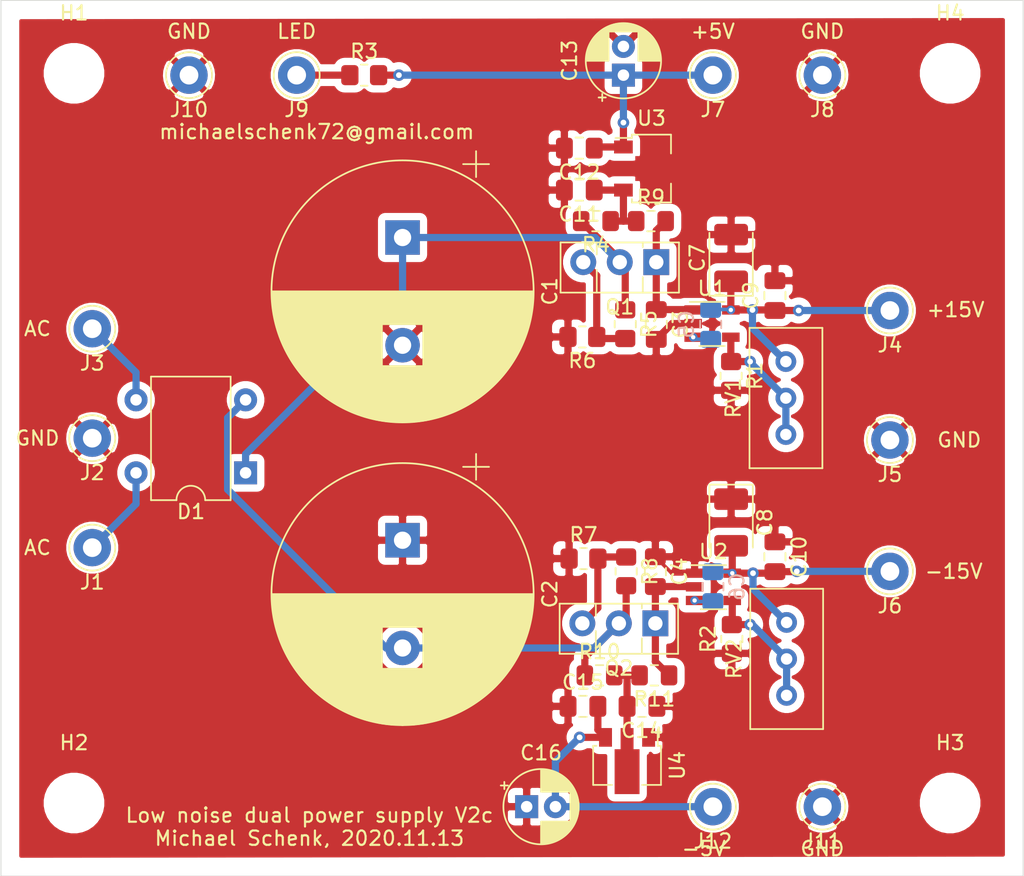
<source format=kicad_pcb>
(kicad_pcb (version 20171130) (host pcbnew 5.1.7-a382d34a8~87~ubuntu16.04.1)
  (layers (0 F.Cu signal) (31 B.Cu signal) (34 B.Paste user) (35 F.Paste user) (36 B.SilkS user) (37 F.SilkS user hide) (38 B.Mask user) (39 F.Mask user) (44 Edge.Cuts user))
  (net 0 "")
  (net 1 GND)
  (net 2 "Net-(C1-Pad1)")
  (net 3 "Net-(C5-Pad1)")
  (net 4 "Net-(C10-Pad2)")
  (net 5 "Net-(R1-Pad1)")
  (net 6 "Net-(R2-Pad2)")
  (net 7 "Net-(C3-Pad1)")
  (net 8 "Net-(C4-Pad2)")
  (net 9 "Net-(Q1-Pad3)")
  (net 10 "Net-(Q2-Pad3)")
  (net 11 "Net-(C5-Pad2)")
  (net 12 "Net-(C6-Pad1)")
  (net 13 "Net-(C12-Pad1)")
  (net 14 "Net-(C14-Pad2)")
  (net 15 "Net-(C15-Pad2)")
  (net 16 "Net-(J9-Pad1)")
  (net 17 "Net-(C11-Pad1)")
  (net 18 "Net-(C2-Pad2)")
  (net 19 "Net-(D1-Pad3)")
  (net 20 "Net-(D1-Pad4)")
  (module Capacitor_THT:CP_Radial_D5.0mm_P2.00mm (layer F.Cu) (at 116.586 87.884)
    (fp_text reference C16 (at 1 -3.75) (layer F.SilkS))
    (fp_text value 100uF)
    (pad 2 thru_hole circle (at 2 0) (size 1.6 1.6) (drill 0.8) (layers *.Cu *.Mask) (net 15 "Net-(C15-Pad2)"))
    (pad 1 thru_hole rect (at 0 0) (size 1.6 1.6) (drill 0.8) (layers *.Cu *.Mask) (net 1 GND))
  )
  (module Diode_THT:Diode_Bridge_DIP-4_W7.62mm_P5.08mm (layer F.Cu) (at 97.028 64.643 180)
    (fp_text reference D1 (at 3.8 -2.7) (layer F.SilkS))
    (fp_text value DF06M)
    (pad 1 thru_hole rect (at 0 0 180) (size 1.6 1.6) (drill 0.8) (layers *.Cu *.Mask) (net 2 "Net-(C1-Pad1)"))
    (pad 3 thru_hole oval (at 7.62 5.08 180) (size 1.6 1.6) (drill 0.8) (layers *.Cu *.Mask) (net 19 "Net-(D1-Pad3)"))
    (pad 2 thru_hole oval (at 0 5.08 180) (size 1.6 1.6) (drill 0.8) (layers *.Cu *.Mask) (net 18 "Net-(C2-Pad2)"))
    (pad 4 thru_hole oval (at 7.62 0 180) (size 1.6 1.6) (drill 0.8) (layers *.Cu *.Mask) (net 20 "Net-(D1-Pad4)"))
  )
  (module Resistor_SMD:R_0805_2012Metric_Pad1.15x1.40mm_HandSolder (layer F.Cu) (at 125.467 78.74 180)
    (fp_text reference R11 (at 0 -1.65) (layer F.SilkS))
    (fp_text value 0R)
    (pad 2 smd roundrect (at 1.025 0 180) (size 1.15 1.4) (layers F.Cu F.Paste F.Mask) (roundrect_rratio 0.217391) (net 14 "Net-(C14-Pad2)"))
    (pad 1 smd roundrect (at -1.025 0 180) (size 1.15 1.4) (layers F.Cu F.Paste F.Mask) (roundrect_rratio 0.217391) (net 8 "Net-(C4-Pad2)"))
  )
  (module Resistor_SMD:R_0805_2012Metric_Pad1.15x1.40mm_HandSolder (layer F.Cu) (at 121.657 78.74)
    (fp_text reference R10 (at 0 -1.65) (layer F.SilkS))
    (fp_text value 0R)
    (pad 2 smd roundrect (at 1.025 0) (size 1.15 1.4) (layers F.Cu F.Paste F.Mask) (roundrect_rratio 0.217391) (net 14 "Net-(C14-Pad2)"))
    (pad 1 smd roundrect (at -1.025 0) (size 1.15 1.4) (layers F.Cu F.Paste F.Mask) (roundrect_rratio 0.217391) (net 18 "Net-(C2-Pad2)"))
  )
  (module Capacitor_SMD:C_0805_2012Metric_Pad1.18x1.45mm_HandSolder (layer F.Cu) (at 120.2475 44.958 180)
    (fp_text reference C11 (at 0 -1.68) (layer F.SilkS))
    (fp_text value 330nF)
    (pad 2 smd roundrect (at 1.0375 0 180) (size 1.175 1.45) (layers F.Cu F.Paste F.Mask) (roundrect_rratio 0.2127659574468085) (net 1 GND))
    (pad 1 smd roundrect (at -1.0375 0 180) (size 1.175 1.45) (layers F.Cu F.Paste F.Mask) (roundrect_rratio 0.2127659574468085) (net 17 "Net-(C11-Pad1)"))
  )
  (module Resistor_SMD:R_0805_2012Metric_Pad1.15x1.40mm_HandSolder (layer F.Cu) (at 125.231 47.117)
    (fp_text reference R9 (at 0 -1.65) (layer F.SilkS))
    (fp_text value 0R)
    (pad 2 smd roundrect (at 1.025 0) (size 1.15 1.4) (layers F.Cu F.Paste F.Mask) (roundrect_rratio 0.217391) (net 7 "Net-(C3-Pad1)"))
    (pad 1 smd roundrect (at -1.025 0) (size 1.15 1.4) (layers F.Cu F.Paste F.Mask) (roundrect_rratio 0.217391) (net 17 "Net-(C11-Pad1)"))
  )
  (module Resistor_SMD:R_0805_2012Metric_Pad1.15x1.40mm_HandSolder (layer F.Cu) (at 121.403 47.117 180)
    (fp_text reference R4 (at 0 -1.65) (layer F.SilkS))
    (fp_text value 0R)
    (pad 2 smd roundrect (at 1.025 0 180) (size 1.15 1.4) (layers F.Cu F.Paste F.Mask) (roundrect_rratio 0.217391) (net 2 "Net-(C1-Pad1)"))
    (pad 1 smd roundrect (at -1.025 0 180) (size 1.15 1.4) (layers F.Cu F.Paste F.Mask) (roundrect_rratio 0.217391) (net 17 "Net-(C11-Pad1)"))
  )
  (module Capacitor_THT:CP_Radial_D5.0mm_P2.00mm (layer F.Cu) (at 123.317 36.957 90)
    (fp_text reference C13 (at 1 -3.75 90) (layer F.SilkS))
    (fp_text value 100uF)
    (pad 2 thru_hole circle (at 2 0 90) (size 1.6 1.6) (drill 0.8) (layers *.Cu *.Mask) (net 1 GND))
    (pad 1 thru_hole rect (at 0 0 90) (size 1.6 1.6) (drill 0.8) (layers *.Cu *.Mask) (net 13 "Net-(C12-Pad1)"))
  )
  (module Capacitor_THT:CP_Radial_D18.0mm_P7.50mm (layer F.Cu) (at 107.95 69.335 270)
    (fp_text reference C2 (at 3.75 -10.25 90) (layer F.SilkS))
    (fp_text value 2200uF)
    (pad 2 thru_hole circle (at 7.5 0 270) (size 2.4 2.4) (drill 1.2) (layers *.Cu *.Mask) (net 18 "Net-(C2-Pad2)"))
    (pad 1 thru_hole rect (at 0 0 270) (size 2.4 2.4) (drill 1.2) (layers *.Cu *.Mask) (net 1 GND))
  )
  (module Capacitor_THT:CP_Radial_D18.0mm_P7.50mm (layer F.Cu) (at 107.95 48.26 270)
    (fp_text reference C1 (at 3.75 -10.25 90) (layer F.SilkS))
    (fp_text value 2200uF)
    (pad 2 thru_hole circle (at 7.5 0 270) (size 2.4 2.4) (drill 1.2) (layers *.Cu *.Mask) (net 1 GND))
    (pad 1 thru_hole rect (at 0 0 270) (size 2.4 2.4) (drill 1.2) (layers *.Cu *.Mask) (net 2 "Net-(C1-Pad1)"))
  )
  (module Package_TO_SOT_SMD:SOT-89-3 (layer F.Cu) (at 123.571 84.709 270)
    (fp_text reference U4 (at 0.3 -3.5 90) (layer F.SilkS))
    (fp_text value L79L05_SOT89)
    (pad 1 smd rect (at -1.65 -1.5 270) (size 1.3 0.9) (layers F.Cu F.Paste F.Mask) (net 1 GND))
    (pad 3 smd rect (at -1.65 1.5 270) (size 1.3 0.9) (layers F.Cu F.Paste F.Mask) (net 15 "Net-(C15-Pad2)"))
    (pad 2 smd custom (at -1.5625 0 270) (size 1.475 0.9) (layers F.Cu F.Paste F.Mask) (net 14 "Net-(C14-Pad2)") (options (clearance outline) (anchor rect)) (primitives (gr_poly (pts (xy 0.7375 -0.8665) (xy 3.8625 -0.8665) (xy 3.8625 0.8665) (xy 0.7375 0.8665)) (width 0))))
  )
  (module Package_TO_SOT_SMD:SOT-89-3 (layer F.Cu) (at 124.967 43.458)
    (fp_text reference U3 (at 0.3 -3.5) (layer F.SilkS))
    (fp_text value L78L05_SOT89)
    (pad 2 smd custom (at -1.5625 0) (size 1.475 0.9) (layers F.Cu F.Paste F.Mask) (net 1 GND) (options (clearance outline) (anchor rect)) (primitives (gr_poly (pts (xy 0.7375 -0.8665) (xy 3.8625 -0.8665) (xy 3.8625 0.8665) (xy 0.7375 0.8665)) (width 0))))
    (pad 3 smd rect (at -1.65 1.5) (size 1.3 0.9) (layers F.Cu F.Paste F.Mask) (net 17 "Net-(C11-Pad1)"))
    (pad 1 smd rect (at -1.65 -1.5) (size 1.3 0.9) (layers F.Cu F.Paste F.Mask) (net 13 "Net-(C12-Pad1)"))
  )
  (module Resistor_SMD:R_0805_2012Metric_Pad1.20x1.40mm_HandSolder (layer F.Cu) (at 105.283 36.957)
    (fp_text reference R3 (at 0 -1.65) (layer F.SilkS))
    (fp_text value 330R)
    (pad 2 smd roundrect (at 1 0) (size 1.2 1.4) (layers F.Cu F.Paste F.Mask) (roundrect_rratio 0.2083325) (net 13 "Net-(C12-Pad1)"))
    (pad 1 smd roundrect (at -1 0) (size 1.2 1.4) (layers F.Cu F.Paste F.Mask) (roundrect_rratio 0.2083325) (net 16 "Net-(J9-Pad1)"))
  )
  (module Connector_Pin:Pin_D1.3mm_L11.0mm (layer F.Cu) (at 129.54 87.884)
    (fp_text reference J12 (at 0 2.4) (layer F.SilkS))
    (fp_text value -5V)
    (pad 1 thru_hole circle (at 0 0) (size 2.6 2.6) (drill 1.3) (layers *.Cu *.Mask) (net 15 "Net-(C15-Pad2)"))
  )
  (module Connector_Pin:Pin_D1.3mm_L11.0mm (layer F.Cu) (at 137.16 87.884)
    (fp_text reference J11 (at 0 2.4) (layer F.SilkS))
    (fp_text value GND)
    (pad 1 thru_hole circle (at 0 0) (size 2.6 2.6) (drill 1.3) (layers *.Cu *.Mask) (net 1 GND))
  )
  (module Connector_Pin:Pin_D1.3mm_L11.0mm (layer F.Cu) (at 93.091 36.957)
    (fp_text reference J10 (at 0 2.4) (layer F.SilkS))
    (fp_text value GND)
    (pad 1 thru_hole circle (at 0 0) (size 2.6 2.6) (drill 1.3) (layers *.Cu *.Mask) (net 1 GND))
  )
  (module Connector_Pin:Pin_D1.3mm_L11.0mm (layer F.Cu) (at 100.584 36.957)
    (fp_text reference J9 (at 0 2.4) (layer F.SilkS))
    (fp_text value LED)
    (pad 1 thru_hole circle (at 0 0) (size 2.6 2.6) (drill 1.3) (layers *.Cu *.Mask) (net 16 "Net-(J9-Pad1)"))
  )
  (module Capacitor_SMD:C_0805_2012Metric_Pad1.18x1.45mm_HandSolder (layer F.Cu) (at 120.5015 80.899)
    (fp_text reference C15 (at 0 -1.68) (layer F.SilkS))
    (fp_text value 100nF)
    (pad 2 smd roundrect (at 1.0375 0) (size 1.175 1.45) (layers F.Cu F.Paste F.Mask) (roundrect_rratio 0.2127659574468085) (net 15 "Net-(C15-Pad2)"))
    (pad 1 smd roundrect (at -1.0375 0) (size 1.175 1.45) (layers F.Cu F.Paste F.Mask) (roundrect_rratio 0.2127659574468085) (net 1 GND))
  )
  (module Capacitor_SMD:C_0805_2012Metric_Pad1.18x1.45mm_HandSolder (layer F.Cu) (at 124.6085 80.899 180)
    (fp_text reference C14 (at 0 -1.68) (layer F.SilkS))
    (fp_text value 330nF)
    (pad 2 smd roundrect (at 1.0375 0 180) (size 1.175 1.45) (layers F.Cu F.Paste F.Mask) (roundrect_rratio 0.2127659574468085) (net 14 "Net-(C14-Pad2)"))
    (pad 1 smd roundrect (at -1.0375 0 180) (size 1.175 1.45) (layers F.Cu F.Paste F.Mask) (roundrect_rratio 0.2127659574468085) (net 1 GND))
  )
  (module Connector_Pin:Pin_D1.3mm_L11.0mm (layer F.Cu) (at 137.16 36.957)
    (fp_text reference J8 (at 0 2.4) (layer F.SilkS))
    (fp_text value GND)
    (pad 1 thru_hole circle (at 0 0) (size 2.6 2.6) (drill 1.3) (layers *.Cu *.Mask) (net 1 GND))
  )
  (module Connector_Pin:Pin_D1.3mm_L11.0mm (layer F.Cu) (at 129.54 36.957)
    (fp_text reference J7 (at 0 2.4) (layer F.SilkS))
    (fp_text value +5V)
    (pad 1 thru_hole circle (at 0 0) (size 2.6 2.6) (drill 1.3) (layers *.Cu *.Mask) (net 13 "Net-(C12-Pad1)"))
  )
  (module Capacitor_SMD:C_0805_2012Metric_Pad1.18x1.45mm_HandSolder (layer F.Cu) (at 120.2475 42.037 180)
    (fp_text reference C12 (at 0 -1.68) (layer F.SilkS))
    (fp_text value 100nF)
    (pad 2 smd roundrect (at 1.0375 0 180) (size 1.175 1.45) (layers F.Cu F.Paste F.Mask) (roundrect_rratio 0.2127659574468085) (net 1 GND))
    (pad 1 smd roundrect (at -1.0375 0 180) (size 1.175 1.45) (layers F.Cu F.Paste F.Mask) (roundrect_rratio 0.2127659574468085) (net 13 "Net-(C12-Pad1)"))
  )
  (module Resistor_SMD:R_0805_2012Metric_Pad1.20x1.40mm_HandSolder (layer F.Cu) (at 123.5075 71.501 270)
    (fp_text reference R8 (at 0 -1.65 90) (layer F.SilkS))
    (fp_text value 1k)
    (pad 2 smd roundrect (at 1 0 270) (size 1.2 1.4) (layers F.Cu F.Paste F.Mask) (roundrect_rratio 0.2083325) (net 18 "Net-(C2-Pad2)"))
    (pad 1 smd roundrect (at -1 0 270) (size 1.2 1.4) (layers F.Cu F.Paste F.Mask) (roundrect_rratio 0.2083325) (net 10 "Net-(Q2-Pad3)"))
  )
  (module Resistor_SMD:R_0805_2012Metric_Pad1.20x1.40mm_HandSolder (layer F.Cu) (at 120.539 70.612)
    (fp_text reference R7 (at 0 -1.65) (layer F.SilkS))
    (fp_text value 16k)
    (pad 2 smd roundrect (at 1 0) (size 1.2 1.4) (layers F.Cu F.Paste F.Mask) (roundrect_rratio 0.2083325) (net 10 "Net-(Q2-Pad3)"))
    (pad 1 smd roundrect (at -1 0) (size 1.2 1.4) (layers F.Cu F.Paste F.Mask) (roundrect_rratio 0.2083325) (net 1 GND))
  )
  (module Resistor_SMD:R_0805_2012Metric_Pad1.20x1.40mm_HandSolder (layer F.Cu) (at 120.4595 55.1815 180)
    (fp_text reference R6 (at 0 -1.65) (layer F.SilkS))
    (fp_text value 16k)
    (pad 2 smd roundrect (at 1 0 180) (size 1.2 1.4) (layers F.Cu F.Paste F.Mask) (roundrect_rratio 0.2083325) (net 1 GND))
    (pad 1 smd roundrect (at -1 0 180) (size 1.2 1.4) (layers F.Cu F.Paste F.Mask) (roundrect_rratio 0.2083325) (net 9 "Net-(Q1-Pad3)"))
  )
  (module Resistor_SMD:R_0805_2012Metric_Pad1.20x1.40mm_HandSolder (layer F.Cu) (at 123.444 54.2925 270)
    (fp_text reference R5 (at 0 -1.65 90) (layer F.SilkS))
    (fp_text value 1k)
    (pad 2 smd roundrect (at 1 0 270) (size 1.2 1.4) (layers F.Cu F.Paste F.Mask) (roundrect_rratio 0.2083325) (net 9 "Net-(Q1-Pad3)"))
    (pad 1 smd roundrect (at -1 0 270) (size 1.2 1.4) (layers F.Cu F.Paste F.Mask) (roundrect_rratio 0.2083325) (net 2 "Net-(C1-Pad1)"))
  )
  (module Package_TO_SOT_THT:TO-126-3_Vertical (layer F.Cu) (at 125.5395 75.1205 180)
    (fp_text reference Q2 (at 2.54 -3.12) (layer F.SilkS))
    (fp_text value BD680)
    (pad 3 thru_hole oval (at 5.08 0 180) (size 1.8 1.8) (drill 1) (layers *.Cu *.Mask) (net 10 "Net-(Q2-Pad3)"))
    (pad 2 thru_hole oval (at 2.54 0 180) (size 1.8 1.8) (drill 1) (layers *.Cu *.Mask) (net 18 "Net-(C2-Pad2)"))
    (pad 1 thru_hole rect (at 0 0 180) (size 1.8 1.8) (drill 1) (layers *.Cu *.Mask) (net 8 "Net-(C4-Pad2)"))
  )
  (module Package_TO_SOT_THT:TO-126-3_Vertical (layer F.Cu) (at 125.603 49.9745 180)
    (fp_text reference Q1 (at 2.54 -3.12) (layer F.SilkS))
    (fp_text value BD679)
    (pad 3 thru_hole oval (at 5.08 0 180) (size 1.8 1.8) (drill 1) (layers *.Cu *.Mask) (net 9 "Net-(Q1-Pad3)"))
    (pad 2 thru_hole oval (at 2.54 0 180) (size 1.8 1.8) (drill 1) (layers *.Cu *.Mask) (net 2 "Net-(C1-Pad1)"))
    (pad 1 thru_hole rect (at 0 0 180) (size 1.8 1.8) (drill 1) (layers *.Cu *.Mask) (net 7 "Net-(C3-Pad1)"))
  )
  (module Package_TO_SOT_SMD:TSOT-23-5 (layer F.Cu) (at 129.58 72.578)
    (fp_text reference U2 (at 0 -2.45) (layer F.SilkS))
    (fp_text value LT1964-BYP)
    (pad 5 smd rect (at 1.31 -0.95) (size 1.22 0.65) (layers F.Cu F.Paste F.Mask) (net 4 "Net-(C10-Pad2)"))
    (pad 4 smd rect (at 1.31 0.95) (size 1.22 0.65) (layers F.Cu F.Paste F.Mask) (net 6 "Net-(R2-Pad2)"))
    (pad 3 smd rect (at -1.31 0.95) (size 1.22 0.65) (layers F.Cu F.Paste F.Mask) (net 12 "Net-(C6-Pad1)"))
    (pad 2 smd rect (at -1.31 0) (size 1.22 0.65) (layers F.Cu F.Paste F.Mask) (net 8 "Net-(C4-Pad2)"))
    (pad 1 smd rect (at -1.31 -0.95) (size 1.22 0.65) (layers F.Cu F.Paste F.Mask) (net 1 GND))
  )
  (module Package_TO_SOT_SMD:TSOT-23-5 (layer F.Cu) (at 129.481001 54.252001)
    (fp_text reference U1 (at 0 -2.45) (layer F.SilkS))
    (fp_text value LT1761-BYP)
    (pad 5 smd rect (at 1.31 -0.95) (size 1.22 0.65) (layers F.Cu F.Paste F.Mask) (net 3 "Net-(C5-Pad1)"))
    (pad 4 smd rect (at 1.31 0.95) (size 1.22 0.65) (layers F.Cu F.Paste F.Mask) (net 5 "Net-(R1-Pad1)"))
    (pad 3 smd rect (at -1.31 0.95) (size 1.22 0.65) (layers F.Cu F.Paste F.Mask) (net 11 "Net-(C5-Pad2)"))
    (pad 2 smd rect (at -1.31 0) (size 1.22 0.65) (layers F.Cu F.Paste F.Mask) (net 1 GND))
    (pad 1 smd rect (at -1.31 -0.95) (size 1.22 0.65) (layers F.Cu F.Paste F.Mask) (net 7 "Net-(C3-Pad1)"))
  )
  (module Potentiometer_THT:Potentiometer_Bourns_3296W_Vertical (layer F.Cu) (at 134.6708 75.057 90)
    (fp_text reference RV2 (at -2.54 -3.66 90) (layer F.SilkS))
    (fp_text value 250k)
    (pad 3 thru_hole circle (at -5.08 0 90) (size 1.44 1.44) (drill 0.8) (layers *.Cu *.Mask) (net 6 "Net-(R2-Pad2)"))
    (pad 2 thru_hole circle (at -2.54 0 90) (size 1.44 1.44) (drill 0.8) (layers *.Cu *.Mask) (net 6 "Net-(R2-Pad2)"))
    (pad 1 thru_hole circle (at 0 0 90) (size 1.44 1.44) (drill 0.8) (layers *.Cu *.Mask) (net 4 "Net-(C10-Pad2)"))
  )
  (module Potentiometer_THT:Potentiometer_Bourns_3296W_Vertical (layer F.Cu) (at 134.62 56.896 90)
    (fp_text reference RV1 (at -2.54 -3.66 90) (layer F.SilkS))
    (fp_text value 250k)
    (pad 3 thru_hole circle (at -5.08 0 90) (size 1.44 1.44) (drill 0.8) (layers *.Cu *.Mask) (net 5 "Net-(R1-Pad1)"))
    (pad 2 thru_hole circle (at -2.54 0 90) (size 1.44 1.44) (drill 0.8) (layers *.Cu *.Mask) (net 5 "Net-(R1-Pad1)"))
    (pad 1 thru_hole circle (at 0 0 90) (size 1.44 1.44) (drill 0.8) (layers *.Cu *.Mask) (net 3 "Net-(C5-Pad1)"))
  )
  (module Resistor_SMD:R_0805_2012Metric_Pad1.20x1.40mm_HandSolder (layer F.Cu) (at 130.8608 76.2094 90)
    (fp_text reference R2 (at 0 -1.65 90) (layer F.SilkS))
    (fp_text value 15k)
    (pad 2 smd roundrect (at 1 0 90) (size 1.2 1.4) (layers F.Cu F.Paste F.Mask) (roundrect_rratio 0.2083325) (net 6 "Net-(R2-Pad2)"))
    (pad 1 smd roundrect (at -1 0 90) (size 1.2 1.4) (layers F.Cu F.Paste F.Mask) (roundrect_rratio 0.2083325) (net 1 GND))
  )
  (module Resistor_SMD:R_0805_2012Metric_Pad1.20x1.40mm_HandSolder (layer F.Cu) (at 130.81 57.896 270)
    (fp_text reference R1 (at 0 -1.65 90) (layer F.SilkS))
    (fp_text value 15k)
    (pad 2 smd roundrect (at 1 0 270) (size 1.2 1.4) (layers F.Cu F.Paste F.Mask) (roundrect_rratio 0.2083325) (net 1 GND))
    (pad 1 smd roundrect (at -1 0 270) (size 1.2 1.4) (layers F.Cu F.Paste F.Mask) (roundrect_rratio 0.2083325) (net 5 "Net-(R1-Pad1)"))
  )
  (module Connector_Pin:Pin_D1.3mm_L11.0mm (layer F.Cu) (at 141.859 71.501)
    (fp_text reference J6 (at 0 2.4) (layer F.SilkS))
    (fp_text value -15V)
    (pad 1 thru_hole circle (at 0 0) (size 2.6 2.6) (drill 1.3) (layers *.Cu *.Mask) (net 4 "Net-(C10-Pad2)"))
  )
  (module Connector_Pin:Pin_D1.3mm_L11.0mm (layer F.Cu) (at 141.859 62.357)
    (fp_text reference J5 (at 0 2.4) (layer F.SilkS))
    (fp_text value GND)
    (pad 1 thru_hole circle (at 0 0) (size 2.6 2.6) (drill 1.3) (layers *.Cu *.Mask) (net 1 GND))
  )
  (module Connector_Pin:Pin_D1.3mm_L11.0mm (layer F.Cu) (at 141.859 53.34)
    (fp_text reference J4 (at 0 2.4) (layer F.SilkS))
    (fp_text value +15V)
    (pad 1 thru_hole circle (at 0 0) (size 2.6 2.6) (drill 1.3) (layers *.Cu *.Mask) (net 3 "Net-(C5-Pad1)"))
  )
  (module Connector_Pin:Pin_D1.3mm_L11.0mm (layer F.Cu) (at 86.36 54.61)
    (fp_text reference J3 (at 0 2.4) (layer F.SilkS))
    (fp_text value AC)
    (pad 1 thru_hole circle (at 0 0) (size 2.6 2.6) (drill 1.3) (layers *.Cu *.Mask) (net 19 "Net-(D1-Pad3)"))
  )
  (module Connector_Pin:Pin_D1.3mm_L11.0mm (layer F.Cu) (at 86.36 62.23)
    (fp_text reference J2 (at 0 2.4) (layer F.SilkS))
    (fp_text value GND)
    (pad 1 thru_hole circle (at 0 0) (size 2.6 2.6) (drill 1.3) (layers *.Cu *.Mask) (net 1 GND))
  )
  (module Connector_Pin:Pin_D1.3mm_L11.0mm (layer F.Cu) (at 86.36 69.85)
    (fp_text reference J1 (at 0 2.4) (layer F.SilkS))
    (fp_text value AC)
    (pad 1 thru_hole circle (at 0 0) (size 2.6 2.6) (drill 1.3) (layers *.Cu *.Mask) (net 20 "Net-(D1-Pad4)"))
  )
  (module MountingHole:MountingHole_3.2mm_M3 (layer F.Cu) (at 146.05 36.83)
    (fp_text reference H4 (at 0 -4.2) (layer F.SilkS))
    (fp_text value MountingHole)
    (pad 1 np_thru_hole circle (at 0 0) (size 3.2 3.2) (drill 3.2) (layers *.Cu *.Mask))
  )
  (module MountingHole:MountingHole_3.2mm_M3 (layer F.Cu) (at 146.05 87.63)
    (fp_text reference H3 (at 0 -4.2) (layer F.SilkS))
    (fp_text value MountingHole)
    (pad 1 np_thru_hole circle (at 0 0) (size 3.2 3.2) (drill 3.2) (layers *.Cu *.Mask))
  )
  (module MountingHole:MountingHole_3.2mm_M3 (layer F.Cu) (at 85.09 87.63)
    (fp_text reference H2 (at 0 -4.2) (layer F.SilkS))
    (fp_text value MountingHole)
    (pad 1 np_thru_hole circle (at 0 0) (size 3.2 3.2) (drill 3.2) (layers *.Cu *.Mask))
  )
  (module MountingHole:MountingHole_3.2mm_M3 (layer F.Cu) (at 85.09 36.83)
    (fp_text reference H1 (at 0 -4.2) (layer F.SilkS))
    (fp_text value MountingHole)
    (pad 1 np_thru_hole circle (at 0 0) (size 3.2 3.2) (drill 3.2) (layers *.Cu *.Mask))
  )
  (module Capacitor_SMD:C_0805_2012Metric_Pad1.18x1.45mm_HandSolder (layer F.Cu) (at 133.858 70.485 270)
    (fp_text reference C10 (at 0 -1.68 90) (layer F.SilkS))
    (fp_text value 100n)
    (pad 2 smd roundrect (at 1.0375 0 270) (size 1.175 1.45) (layers F.Cu F.Paste F.Mask) (roundrect_rratio 0.2127659574468085) (net 4 "Net-(C10-Pad2)"))
    (pad 1 smd roundrect (at -1.0375 0 270) (size 1.175 1.45) (layers F.Cu F.Paste F.Mask) (roundrect_rratio 0.2127659574468085) (net 1 GND))
  )
  (module Capacitor_SMD:C_0805_2012Metric_Pad1.18x1.45mm_HandSolder (layer F.Cu) (at 133.858 52.3025 90)
    (fp_text reference C9 (at 0 -1.68 90) (layer F.SilkS))
    (fp_text value 100n)
    (pad 2 smd roundrect (at 1.0375 0 90) (size 1.175 1.45) (layers F.Cu F.Paste F.Mask) (roundrect_rratio 0.2127659574468085) (net 1 GND))
    (pad 1 smd roundrect (at -1.0375 0 90) (size 1.175 1.45) (layers F.Cu F.Paste F.Mask) (roundrect_rratio 0.2127659574468085) (net 3 "Net-(C5-Pad1)"))
  )
  (module Capacitor_Tantalum_SMD:CP_EIA-3528-12_Kemet-T_Pad1.50x2.35mm_HandSolder (layer F.Cu) (at 130.81 68.098 270)
    (fp_text reference C8 (at 0 -2.35 90) (layer F.SilkS))
    (fp_text value 10u)
    (pad 2 smd roundrect (at 1.625 0 270) (size 1.5 2.35) (layers F.Cu F.Paste F.Mask) (roundrect_rratio 0.1666666666666667) (net 4 "Net-(C10-Pad2)"))
    (pad 1 smd roundrect (at -1.625 0 270) (size 1.5 2.35) (layers F.Cu F.Paste F.Mask) (roundrect_rratio 0.1666666666666667) (net 1 GND))
  )
  (module Capacitor_Tantalum_SMD:CP_EIA-3528-12_Kemet-T_Pad1.50x2.35mm_HandSolder (layer F.Cu) (at 130.81 49.683 90)
    (fp_text reference C7 (at 0 -2.35 90) (layer F.SilkS))
    (fp_text value 10u)
    (pad 2 smd roundrect (at 1.625 0 90) (size 1.5 2.35) (layers F.Cu F.Paste F.Mask) (roundrect_rratio 0.1666666666666667) (net 1 GND))
    (pad 1 smd roundrect (at -1.625 0 90) (size 1.5 2.35) (layers F.Cu F.Paste F.Mask) (roundrect_rratio 0.1666666666666667) (net 3 "Net-(C5-Pad1)"))
  )
  (module Capacitor_SMD:C_0805_2012Metric_Pad1.18x1.45mm_HandSolder (layer B.Cu) (at 129.54 72.5678 90)
    (fp_text reference C6 (at 0 1.68 90) (layer B.SilkS) (effects (justify mirror)))
    (fp_text value 10n)
    (pad 2 smd roundrect (at 1.0375 0 90) (size 1.175 1.45) (layers B.Cu B.Paste B.Mask) (roundrect_rratio 0.2127659574468085) (net 4 "Net-(C10-Pad2)"))
    (pad 1 smd roundrect (at -1.0375 0 90) (size 1.175 1.45) (layers B.Cu B.Paste B.Mask) (roundrect_rratio 0.2127659574468085) (net 12 "Net-(C6-Pad1)"))
  )
  (module Capacitor_SMD:C_0805_2012Metric_Pad1.18x1.45mm_HandSolder (layer B.Cu) (at 129.3876 54.3052 270)
    (fp_text reference C5 (at 0 1.68 90) (layer B.SilkS) (effects (justify mirror)))
    (fp_text value 10n)
    (pad 2 smd roundrect (at 1.0375 0 270) (size 1.175 1.45) (layers B.Cu B.Paste B.Mask) (roundrect_rratio 0.2127659574468085) (net 11 "Net-(C5-Pad2)"))
    (pad 1 smd roundrect (at -1.0375 0 270) (size 1.175 1.45) (layers B.Cu B.Paste B.Mask) (roundrect_rratio 0.2127659574468085) (net 3 "Net-(C5-Pad1)"))
  )
  (module Capacitor_SMD:C_0805_2012Metric_Pad1.18x1.45mm_HandSolder (layer F.Cu) (at 125.5395 71.5225 270)
    (fp_text reference C4 (at 0 -1.68 90) (layer F.SilkS))
    (fp_text value 1u)
    (pad 2 smd roundrect (at 1.0375 0 270) (size 1.175 1.45) (layers F.Cu F.Paste F.Mask) (roundrect_rratio 0.2127659574468085) (net 8 "Net-(C4-Pad2)"))
    (pad 1 smd roundrect (at -1.0375 0 270) (size 1.175 1.45) (layers F.Cu F.Paste F.Mask) (roundrect_rratio 0.2127659574468085) (net 1 GND))
  )
  (module Capacitor_SMD:C_0805_2012Metric_Pad1.18x1.45mm_HandSolder (layer F.Cu) (at 125.603 54.314 270)
    (fp_text reference C3 (at 0 -1.68 90) (layer F.SilkS))
    (fp_text value 1u)
    (pad 2 smd roundrect (at 1.0375 0 270) (size 1.175 1.45) (layers F.Cu F.Paste F.Mask) (roundrect_rratio 0.2127659574468085) (net 1 GND))
    (pad 1 smd roundrect (at -1.0375 0 270) (size 1.175 1.45) (layers F.Cu F.Paste F.Mask) (roundrect_rratio 0.2127659574468085) (net 7 "Net-(C3-Pad1)"))
  )
  (gr_text GND (at 93.091 33.909) (layer F.SilkS) (effects (font (size 1 1))))
  (gr_text LED (at 100.584 33.909) (layer F.SilkS) (effects (font (size 1 1))))
  (gr_text -5V (at 128.905 90.805) (layer F.SilkS) (effects (font (size 1 1))))
  (gr_text GND (at 137.16 90.805) (layer F.SilkS) (effects (font (size 1 1))))
  (gr_text GND (at 137.16 33.909) (layer F.SilkS) (effects (font (size 1 1))))
  (gr_text +5V (at 129.54 33.909) (layer F.SilkS) (effects (font (size 1 1))))
  (gr_line (start 80.01 31.75) (end 80.01 92.71) (layer Edge.Cuts) (width 0.05))
  (gr_line (start 151.13 31.75) (end 80.01 31.75) (layer Edge.Cuts) (width 0.05))
  (gr_line (start 151.13 92.71) (end 151.13 31.75) (layer Edge.Cuts) (width 0.05))
  (gr_line (start 80.01 92.71) (end 151.13 92.71) (layer Edge.Cuts) (width 0.05))
  (gr_text "Low noise dual power supply V2c\nMichael Schenk, 2020.11.13" (at 101.473 89.281) (layer F.SilkS) (effects (font (size 1 1))))
  (gr_text michaelschenk72@gmail.com (at 101.981 40.894) (layer F.SilkS) (effects (font (size 1 1))))
  (gr_text GND (at 82.55 62.23) (layer F.SilkS) (effects (font (size 1 1))))
  (gr_text AC (at 82.55 69.85) (layer F.SilkS) (effects (font (size 1 1))))
  (gr_text AC (at 82.55 54.61) (layer F.SilkS) (effects (font (size 1 1))))
  (gr_text -15V (at 146.304 71.501) (layer F.SilkS) (effects (font (size 1 1))))
  (gr_text GND (at 146.685 62.357) (layer F.SilkS) (effects (font (size 1 1))))
  (gr_text +15V (at 146.431 53.2892) (layer F.SilkS) (effects (font (size 1 1))))
  (segment (start 126.702499 54.252001) (end 125.603 55.3515) (width 0.5) (layer F.Cu) (net 1))
  (segment (start 128.171001 54.252001) (end 126.702499 54.252001) (width 0.5) (layer F.Cu) (net 1))
  (segment (start 126.6825 71.628) (end 125.5395 70.485) (width 0.25) (layer F.Cu) (net 1))
  (segment (start 128.27 71.628) (end 126.6825 71.628) (width 0.25) (layer F.Cu) (net 1))
  (segment (start 123.46 53.2765) (end 123.444 53.2925) (width 0.5) (layer F.Cu) (net 2))
  (segment (start 123.444 50.3555) (end 123.063 49.9745) (width 0.5) (layer F.Cu) (net 2))
  (segment (start 123.444 53.2925) (end 123.444 50.3555) (width 0.5) (layer F.Cu) (net 2))
  (segment (start 123.063 49.802) (end 120.378 47.117) (width 0.5) (layer F.Cu) (net 2))
  (segment (start 123.063 49.9745) (end 123.063 49.802) (width 0.5) (layer F.Cu) (net 2))
  (segment (start 121.3485 48.26) (end 107.95 48.26) (width 0.5) (layer B.Cu) (net 2))
  (segment (start 123.063 49.9745) (end 121.3485 48.26) (width 0.5) (layer B.Cu) (net 2))
  (segment (start 107.95 52.421) (end 107.95 48.26) (width 0.5) (layer B.Cu) (net 2))
  (segment (start 97.028 63.343) (end 107.95 52.421) (width 0.5) (layer B.Cu) (net 2))
  (segment (start 97.028 64.643) (end 97.028 63.343) (width 0.5) (layer B.Cu) (net 2))
  (segment (start 133.820001 53.302001) (end 133.858 53.34) (width 0.5) (layer F.Cu) (net 3))
  (segment (start 130.791001 51.326999) (end 130.81 51.308) (width 0.5) (layer F.Cu) (net 3))
  (segment (start 130.791001 53.302001) (end 130.791001 51.326999) (width 0.5) (layer F.Cu) (net 3))
  (via (at 132.296001 53.302001) (size 0.8) (drill 0.4) (layers F.Cu B.Cu) (net 3))
  (segment (start 132.296001 53.302001) (end 133.820001 53.302001) (width 0.5) (layer F.Cu) (net 3))
  (segment (start 130.791001 53.302001) (end 132.296001 53.302001) (width 0.5) (layer F.Cu) (net 3))
  (via (at 135.509 53.34) (size 0.8) (drill 0.4) (layers F.Cu B.Cu) (net 3))
  (segment (start 133.858 53.34) (end 135.509 53.34) (width 0.5) (layer F.Cu) (net 3))
  (via (at 130.791001 53.302001) (size 0.6) (drill 0.3) (layers F.Cu B.Cu) (net 3))
  (segment (start 130.7567 53.2677) (end 130.791001 53.302001) (width 0.25) (layer B.Cu) (net 3))
  (segment (start 129.3876 53.2677) (end 130.7567 53.2677) (width 0.25) (layer B.Cu) (net 3))
  (segment (start 135.509 53.34) (end 141.859 53.34) (width 0.5) (layer B.Cu) (net 3))
  (segment (start 132.296001 54.572001) (end 134.62 56.896) (width 0.5) (layer B.Cu) (net 3))
  (segment (start 132.296001 53.302001) (end 132.296001 54.572001) (width 0.5) (layer B.Cu) (net 3))
  (segment (start 130.89 69.803) (end 130.81 69.723) (width 0.5) (layer F.Cu) (net 4))
  (segment (start 130.89 71.628) (end 130.89 69.803) (width 0.5) (layer F.Cu) (net 4))
  (segment (start 133.7525 71.628) (end 133.858 71.5225) (width 0.5) (layer F.Cu) (net 4))
  (via (at 135.382 71.501) (size 0.8) (drill 0.4) (layers F.Cu B.Cu) (net 4))
  (segment (start 135.3605 71.5225) (end 135.382 71.501) (width 0.5) (layer F.Cu) (net 4))
  (segment (start 133.858 71.5225) (end 135.3605 71.5225) (width 0.5) (layer F.Cu) (net 4))
  (segment (start 135.382 71.501) (end 141.859 71.501) (width 0.5) (layer B.Cu) (net 4))
  (via (at 132.334 71.628) (size 0.8) (drill 0.4) (layers F.Cu B.Cu) (net 4))
  (segment (start 132.334 71.628) (end 133.7525 71.628) (width 0.5) (layer F.Cu) (net 4))
  (segment (start 130.89 71.628) (end 132.334 71.628) (width 0.5) (layer F.Cu) (net 4))
  (segment (start 132.334 72.7202) (end 134.6708 75.057) (width 0.5) (layer B.Cu) (net 4))
  (segment (start 132.334 71.628) (end 132.334 72.7202) (width 0.5) (layer B.Cu) (net 4))
  (via (at 130.89 71.628) (size 0.6) (drill 0.3) (layers F.Cu B.Cu) (net 4))
  (segment (start 130.7923 71.5303) (end 130.89 71.628) (width 0.25) (layer B.Cu) (net 4))
  (segment (start 129.54 71.5303) (end 130.7923 71.5303) (width 0.25) (layer B.Cu) (net 4))
  (segment (start 130.791001 56.877001) (end 130.81 56.896) (width 0.5) (layer F.Cu) (net 5))
  (segment (start 130.791001 55.202001) (end 130.791001 56.877001) (width 0.5) (layer F.Cu) (net 5))
  (via (at 132.1308 56.896) (size 0.8) (drill 0.4) (layers F.Cu B.Cu) (net 5))
  (segment (start 130.81 56.896) (end 132.1308 56.896) (width 0.5) (layer F.Cu) (net 5))
  (segment (start 132.1308 56.9468) (end 134.62 59.436) (width 0.5) (layer B.Cu) (net 5))
  (segment (start 132.1308 56.896) (end 132.1308 56.9468) (width 0.5) (layer B.Cu) (net 5))
  (segment (start 134.62 59.436) (end 134.62 61.976) (width 0.5) (layer B.Cu) (net 5))
  (segment (start 130.89 75.1802) (end 130.8608 75.2094) (width 0.5) (layer F.Cu) (net 6))
  (segment (start 130.89 73.528) (end 130.89 75.1802) (width 0.5) (layer F.Cu) (net 6))
  (segment (start 134.6708 77.597) (end 134.6708 80.137) (width 0.5) (layer B.Cu) (net 6))
  (via (at 132.1308 75.2094) (size 0.8) (drill 0.4) (layers F.Cu B.Cu) (net 6))
  (segment (start 130.8608 75.2094) (end 132.1308 75.2094) (width 0.5) (layer F.Cu) (net 6))
  (segment (start 132.2832 75.2094) (end 134.6708 77.597) (width 0.5) (layer B.Cu) (net 6))
  (segment (start 132.1308 75.2094) (end 132.2832 75.2094) (width 0.5) (layer B.Cu) (net 6))
  (segment (start 128.1455 53.2765) (end 128.171001 53.302001) (width 0.5) (layer F.Cu) (net 7))
  (segment (start 125.603 53.2765) (end 128.1455 53.2765) (width 0.5) (layer F.Cu) (net 7))
  (segment (start 125.603 49.7205) (end 125.5395 49.657) (width 0.5) (layer F.Cu) (net 7))
  (segment (start 125.603 53.2765) (end 125.603 49.9745) (width 0.5) (layer F.Cu) (net 7))
  (segment (start 125.603 47.77) (end 126.256 47.117) (width 0.5) (layer F.Cu) (net 7))
  (segment (start 125.603 49.9745) (end 125.603 47.77) (width 0.5) (layer F.Cu) (net 7))
  (segment (start 125.4965 72.517) (end 125.5395 72.56) (width 0.5) (layer F.Cu) (net 8))
  (segment (start 128.252 72.56) (end 128.27 72.578) (width 0.5) (layer F.Cu) (net 8))
  (segment (start 125.5395 72.56) (end 128.252 72.56) (width 0.5) (layer F.Cu) (net 8))
  (segment (start 125.5395 75.1205) (end 125.5395 72.56) (width 0.5) (layer F.Cu) (net 8))
  (segment (start 125.5395 77.7875) (end 126.492 78.74) (width 0.5) (layer F.Cu) (net 8))
  (segment (start 125.5395 75.1205) (end 125.5395 77.7875) (width 0.5) (layer F.Cu) (net 8))
  (segment (start 121.5705 55.2925) (end 121.4595 55.1815) (width 0.5) (layer F.Cu) (net 9))
  (segment (start 123.444 55.2925) (end 121.5705 55.2925) (width 0.5) (layer F.Cu) (net 9))
  (segment (start 121.4595 50.911) (end 120.523 49.9745) (width 0.5) (layer F.Cu) (net 9))
  (segment (start 121.4595 55.1815) (end 121.4595 50.911) (width 0.5) (layer F.Cu) (net 9))
  (segment (start 121.65 70.501) (end 121.539 70.612) (width 0.5) (layer F.Cu) (net 10))
  (segment (start 121.539 74.041) (end 120.4595 75.1205) (width 0.5) (layer F.Cu) (net 10))
  (segment (start 121.539 70.612) (end 121.539 74.041) (width 0.5) (layer F.Cu) (net 10))
  (segment (start 123.5075 70.501) (end 121.65 70.501) (width 0.5) (layer F.Cu) (net 10))
  (via (at 128.171001 55.202001) (size 0.6) (drill 0.3) (layers F.Cu B.Cu) (net 11))
  (segment (start 128.3117 55.3427) (end 128.171001 55.202001) (width 0.25) (layer B.Cu) (net 11))
  (segment (start 129.3876 55.3427) (end 128.3117 55.3427) (width 0.25) (layer B.Cu) (net 11))
  (via (at 128.27 73.528) (size 0.6) (drill 0.3) (layers F.Cu B.Cu) (net 12))
  (segment (start 128.3473 73.6053) (end 128.27 73.528) (width 0.25) (layer B.Cu) (net 12))
  (segment (start 129.54 73.6053) (end 128.3473 73.6053) (width 0.25) (layer B.Cu) (net 12))
  (segment (start 106.172 36.957) (end 106.283 36.957) (width 0.5) (layer F.Cu) (net 13))
  (segment (start 121.364 41.958) (end 121.285 42.037) (width 0.5) (layer F.Cu) (net 13))
  (segment (start 123.317 41.958) (end 121.364 41.958) (width 0.5) (layer F.Cu) (net 13))
  (via (at 123.317 40.259) (size 0.8) (drill 0.4) (layers F.Cu B.Cu) (net 13))
  (segment (start 123.317 41.958) (end 123.317 40.259) (width 0.5) (layer F.Cu) (net 13))
  (segment (start 123.317 40.259) (end 123.317 36.957) (width 0.5) (layer B.Cu) (net 13))
  (via (at 107.696 36.957) (size 0.8) (drill 0.4) (layers F.Cu B.Cu) (net 13))
  (segment (start 106.283 36.957) (end 107.696 36.957) (width 0.5) (layer F.Cu) (net 13))
  (segment (start 107.696 36.957) (end 123.317 36.957) (width 0.5) (layer B.Cu) (net 13))
  (segment (start 123.317 36.957) (end 129.54 36.957) (width 0.5) (layer B.Cu) (net 13))
  (segment (start 123.571 78.867) (end 123.698 78.74) (width 0.5) (layer F.Cu) (net 14))
  (segment (start 123.698 78.74) (end 122.682 78.74) (width 0.5) (layer F.Cu) (net 14))
  (segment (start 123.571 80.899) (end 123.571 78.867) (width 0.5) (layer F.Cu) (net 14))
  (segment (start 124.442 78.74) (end 123.698 78.74) (width 0.5) (layer F.Cu) (net 14))
  (segment (start 123.571 83.1465) (end 123.571 80.899) (width 0.5) (layer F.Cu) (net 14))
  (segment (start 121.539 82.527) (end 122.071 83.059) (width 0.5) (layer F.Cu) (net 15))
  (segment (start 121.539 80.899) (end 121.539 82.527) (width 0.5) (layer F.Cu) (net 15))
  (via (at 120.269 83.058) (size 0.8) (drill 0.4) (layers F.Cu B.Cu) (net 15))
  (segment (start 122.07 83.058) (end 122.071 83.059) (width 0.5) (layer F.Cu) (net 15))
  (segment (start 120.269 83.058) (end 122.07 83.058) (width 0.5) (layer F.Cu) (net 15))
  (segment (start 129.54 87.884) (end 118.586 87.884) (width 0.5) (layer B.Cu) (net 15))
  (segment (start 118.586 84.741) (end 120.269 83.058) (width 0.5) (layer B.Cu) (net 15))
  (segment (start 118.586 87.884) (end 118.586 84.741) (width 0.5) (layer B.Cu) (net 15))
  (segment (start 104.283 36.957) (end 100.584 36.957) (width 0.5) (layer F.Cu) (net 16))
  (segment (start 123.317 44.958) (end 123.317 47.117) (width 0.5) (layer F.Cu) (net 17))
  (segment (start 123.317 47.117) (end 124.206 47.117) (width 0.5) (layer F.Cu) (net 17))
  (segment (start 122.428 47.117) (end 123.317 47.117) (width 0.5) (layer F.Cu) (net 17))
  (segment (start 123.317 44.958) (end 121.285 44.958) (width 0.5) (layer F.Cu) (net 17))
  (segment (start 123.5665 72.56) (end 123.5075 72.501) (width 0.5) (layer F.Cu) (net 18))
  (segment (start 123.5075 74.6125) (end 122.9995 75.1205) (width 0.5) (layer F.Cu) (net 18))
  (segment (start 123.5075 72.501) (end 123.5075 74.6125) (width 0.5) (layer F.Cu) (net 18))
  (segment (start 120.632 77.488) (end 122.9995 75.1205) (width 0.5) (layer F.Cu) (net 18))
  (segment (start 120.632 78.74) (end 120.632 77.488) (width 0.5) (layer F.Cu) (net 18))
  (segment (start 122.9995 75.1205) (end 121.285 76.835) (width 0.5) (layer B.Cu) (net 18))
  (segment (start 121.285 76.835) (end 111.125 76.835) (width 0.5) (layer B.Cu) (net 18))
  (segment (start 106.809998 76.835) (end 107.95 76.835) (width 0.5) (layer B.Cu) (net 18))
  (segment (start 95.777999 65.803001) (end 106.809998 76.835) (width 0.5) (layer B.Cu) (net 18))
  (segment (start 95.777999 60.813001) (end 95.777999 65.803001) (width 0.5) (layer B.Cu) (net 18))
  (segment (start 97.028 59.563) (end 95.777999 60.813001) (width 0.5) (layer B.Cu) (net 18))
  (segment (start 111.125 76.835) (end 107.95 76.835) (width 0.5) (layer B.Cu) (net 18))
  (segment (start 89.408 57.658) (end 86.36 54.61) (width 0.5) (layer B.Cu) (net 19))
  (segment (start 89.408 59.563) (end 89.408 57.658) (width 0.5) (layer B.Cu) (net 19))
  (segment (start 89.408 66.802) (end 86.36 69.85) (width 0.5) (layer B.Cu) (net 20))
  (segment (start 89.408 64.643) (end 89.408 66.802) (width 0.5) (layer B.Cu) (net 20))
  (zone (net 1) (net_name GND) (layer F.Cu) (connect_pads (clearance 0.508)) (min_thickness 0.254) (fill yes (arc_segments 32) (thermal_gap 0.508) (thermal_bridge_width 0.508))
    (polygon (pts (xy 149.86 91.360625) (xy 81.28 91.44) (xy 81.28 33.059688) (xy 149.86 32.980313)))
  )
)
</source>
